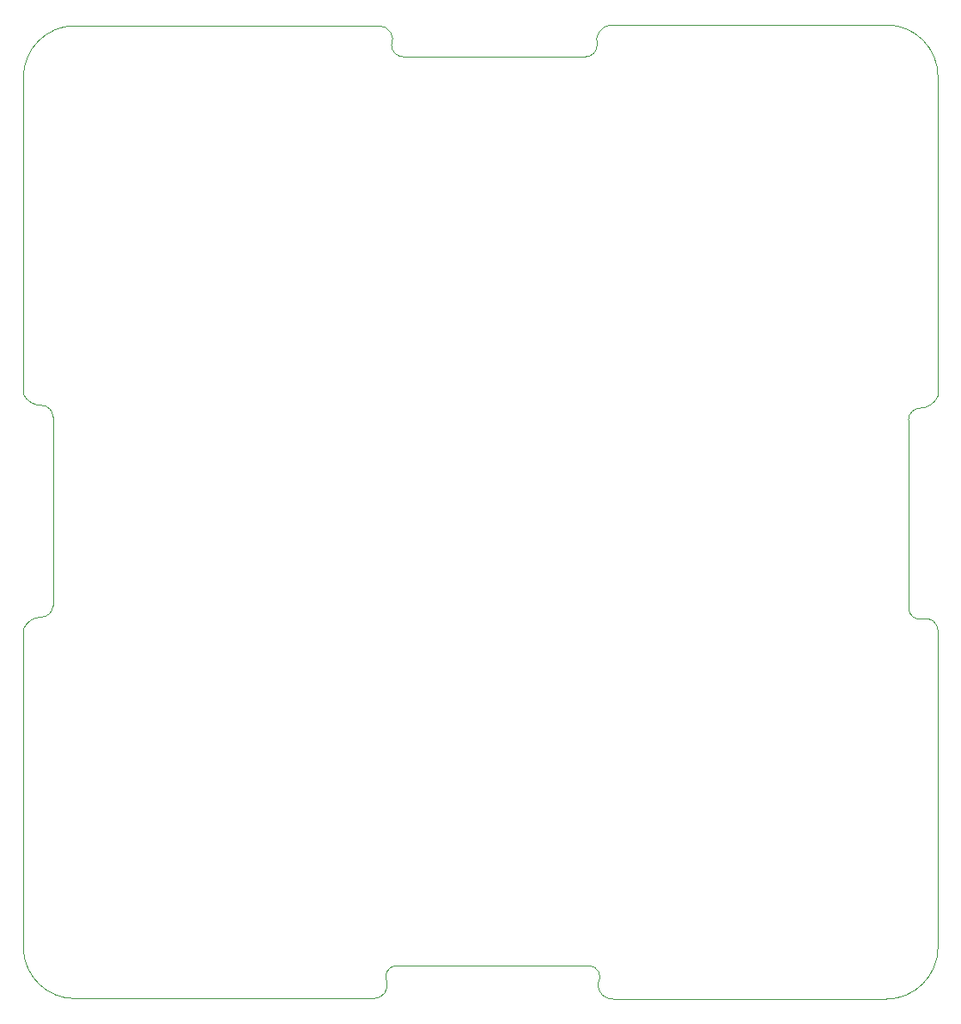
<source format=gm1>
G04 #@! TF.GenerationSoftware,KiCad,Pcbnew,(6.0.7)*
G04 #@! TF.CreationDate,2023-05-04T23:35:30-04:00*
G04 #@! TF.ProjectId,battery_board_v2,62617474-6572-4795-9f62-6f6172645f76,rev?*
G04 #@! TF.SameCoordinates,Original*
G04 #@! TF.FileFunction,Profile,NP*
%FSLAX46Y46*%
G04 Gerber Fmt 4.6, Leading zero omitted, Abs format (unit mm)*
G04 Created by KiCad (PCBNEW (6.0.7)) date 2023-05-04 23:35:30*
%MOMM*%
%LPD*%
G01*
G04 APERTURE LIST*
G04 #@! TA.AperFunction,Profile*
%ADD10C,0.100000*%
G04 #@! TD*
G04 APERTURE END LIST*
D10*
X114304000Y-47068200D02*
G75*
G03*
X109224000Y-52148223I0J-5080000D01*
G01*
X145519186Y-48976984D02*
G75*
G03*
X144322223Y-47068223I-1259786J539684D01*
G01*
X112139985Y-85621777D02*
G75*
G03*
X111011000Y-84479000I-1142885J-23D01*
G01*
X110997000Y-105352987D02*
G75*
G03*
X109224000Y-106550446I0J-1911313D01*
G01*
X146662223Y-50120000D02*
X164650000Y-50120000D01*
X194310000Y-143002003D02*
G75*
G03*
X199394000Y-137873223I-45000J5128803D01*
G01*
X197633000Y-84755976D02*
G75*
G03*
X199390000Y-83570000I-26600J1933876D01*
G01*
X114304000Y-47068223D02*
X144322223Y-47068223D01*
X109224000Y-106550446D02*
X109224000Y-138176000D01*
X164650000Y-50120000D02*
G75*
G03*
X165793000Y-48977000I0J1143000D01*
G01*
X197633000Y-84756000D02*
G75*
G03*
X196490000Y-85899000I0J-1143000D01*
G01*
X145915002Y-139710014D02*
G75*
G03*
X145034000Y-141224000I125898J-1086586D01*
G01*
X167132002Y-46990017D02*
G75*
G03*
X165793000Y-48977000I141898J-1540283D01*
G01*
X167132000Y-46990000D02*
X194310000Y-46990000D01*
X165861957Y-141477969D02*
G75*
G03*
X164965000Y-139710000I-901857J653969D01*
G01*
X165862000Y-141478000D02*
G75*
G03*
X167386000Y-143002000I1444100J-79900D01*
G01*
X196490042Y-104441000D02*
G75*
G03*
X197866000Y-105541000I1120558J-8900D01*
G01*
X167386000Y-143002000D02*
X194310000Y-143002000D01*
X199390032Y-106684000D02*
G75*
G03*
X197866000Y-105541000I-1190632J0D01*
G01*
X196490000Y-104441000D02*
X196490000Y-85899000D01*
X199394000Y-137873223D02*
X199390000Y-106684000D01*
X114304000Y-142953223D02*
X143768000Y-142953223D01*
X145915000Y-139710000D02*
X164965000Y-139710000D01*
X143768000Y-142953250D02*
G75*
G03*
X145034000Y-141224000I0J1328050D01*
G01*
X145519200Y-48977000D02*
G75*
G03*
X146662223Y-50120000I1143000J0D01*
G01*
X112140000Y-85621777D02*
X112140000Y-104210000D01*
X110997000Y-105353000D02*
G75*
G03*
X112140000Y-104210000I-100J1143100D01*
G01*
X109224000Y-52148223D02*
X109224000Y-83390223D01*
X109223974Y-138176002D02*
G75*
G03*
X114304000Y-142953223I5080026J312402D01*
G01*
X199390000Y-52070000D02*
G75*
G03*
X194310000Y-46990000I-5080000J0D01*
G01*
X199390000Y-52070000D02*
X199390000Y-83570000D01*
X109224007Y-83390219D02*
G75*
G03*
X111011000Y-84479000I1752893J866119D01*
G01*
M02*

</source>
